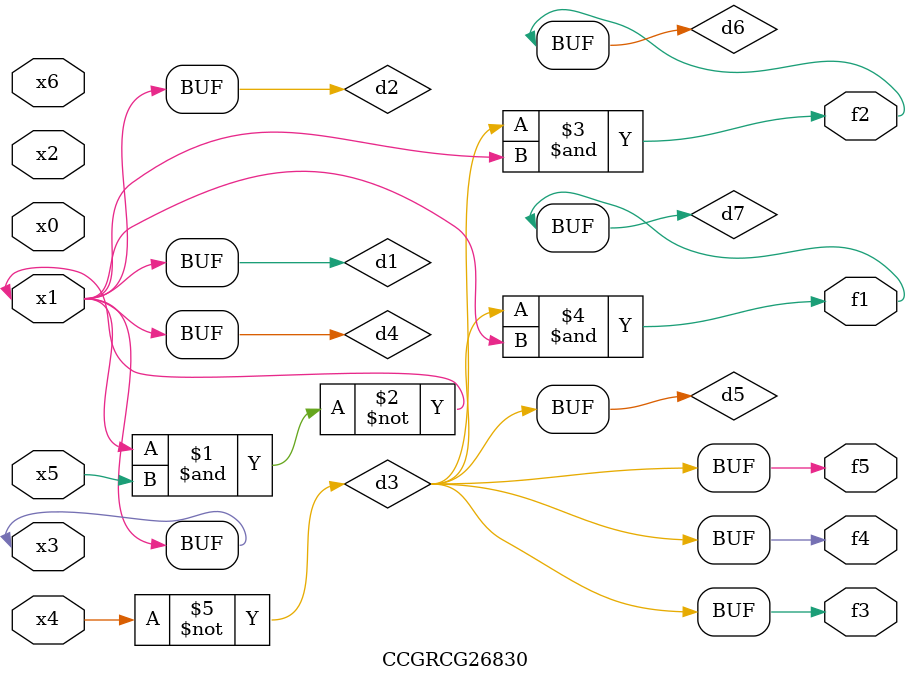
<source format=v>
module CCGRCG26830(
	input x0, x1, x2, x3, x4, x5, x6,
	output f1, f2, f3, f4, f5
);

	wire d1, d2, d3, d4, d5, d6, d7;

	buf (d1, x1, x3);
	nand (d2, x1, x5);
	not (d3, x4);
	buf (d4, d1, d2);
	buf (d5, d3);
	and (d6, d3, d4);
	and (d7, d3, d4);
	assign f1 = d7;
	assign f2 = d6;
	assign f3 = d5;
	assign f4 = d5;
	assign f5 = d5;
endmodule

</source>
